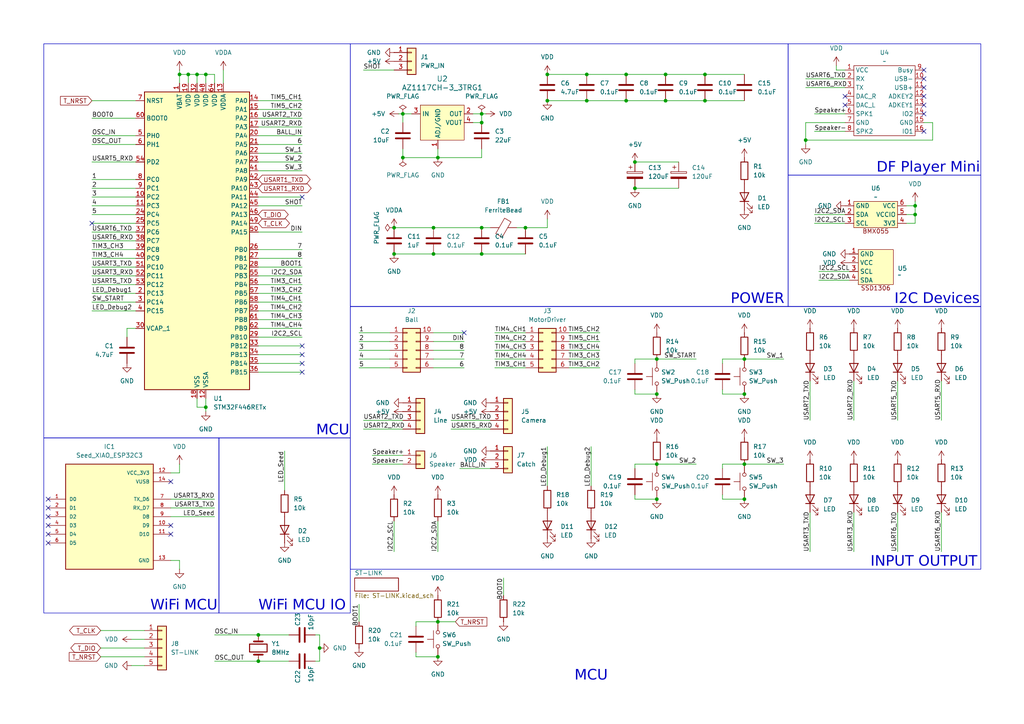
<source format=kicad_sch>
(kicad_sch (version 20231120) (generator "eeschema") (generator_version "8.0")
  (paper "A4")
  (title_block (title "MCU") (date "2024-07-09") (rev "1.0") (company "yukuyuku4123"))
  (junction (at 74.93 191.77))
  (junction (at 184.15 46.99))
  (junction (at 193.04 21.59))
  (junction (at 181.61 21.59))
  (junction (at 139.7 73.66))
  (junction (at 59.69 118.11))
  (junction (at 139.7 66.04))
  (junction (at 181.61 29.21))
  (junction (at 215.9 104.14))
  (junction (at 215.9 144.78))
  (junction (at 190.5 104.14))
  (junction (at 139.7 33.02))
  (junction (at 152.4 66.04))
  (junction (at 139.7 35.56))
  (junction (at 57.15 21.59))
  (junction (at 116.84 45.72))
  (junction (at 158.75 21.59))
  (junction (at 125.73 66.04))
  (junction (at 193.04 29.21))
  (junction (at 158.75 29.21))
  (junction (at 114.3 66.04))
  (junction (at 92.71 187.96))
  (junction (at 170.18 29.21))
  (junction (at 127 180.34))
  (junction (at 116.84 33.02))
  (junction (at 59.69 21.59))
  (junction (at 265.43 62.23))
  (junction (at 74.93 184.15))
  (junction (at 127 190.5))
  (junction (at 190.5 114.3))
  (junction (at 190.5 144.78))
  (junction (at 233.68 40.64))
  (junction (at 52.07 21.59))
  (junction (at 125.73 73.66))
  (junction (at 184.15 54.61))
  (junction (at 54.61 21.59))
  (junction (at 170.18 21.59))
  (junction (at 215.9 134.62))
  (junction (at 204.47 21.59))
  (junction (at 204.47 29.21))
  (junction (at 114.3 73.66))
  (junction (at 127 45.72))
  (junction (at 190.5 134.62))
  (junction (at 265.43 59.69))
  (junction (at 215.9 114.3))
  (no_connect (at 267.97 38.1))
  (no_connect (at 267.97 33.02))
  (no_connect (at 267.97 27.94))
  (no_connect (at 267.97 25.4))
  (no_connect (at 87.63 102.87))
  (no_connect (at 13.97 149.86))
  (no_connect (at 49.53 139.7))
  (no_connect (at 134.62 96.52))
  (no_connect (at 13.97 154.94))
  (no_connect (at 87.63 57.15))
  (no_connect (at 13.97 147.32))
  (no_connect (at 87.63 100.33))
  (no_connect (at 87.63 105.41))
  (no_connect (at 267.97 22.86))
  (no_connect (at 267.97 20.32))
  (no_connect (at 13.97 144.78))
  (no_connect (at 49.53 154.94))
  (no_connect (at 245.11 27.94))
  (no_connect (at 267.97 30.48))
  (no_connect (at 13.97 152.4))
  (no_connect (at 49.53 152.4))
  (no_connect (at 26.67 64.77))
  (no_connect (at 13.97 157.48))
  (no_connect (at 245.11 30.48))
  (no_connect (at 87.63 107.95))
  (wire (pts (xy 107.95 132.08) (xy 116.84 132.08)))
  (wire (pts (xy 158.75 140.97) (xy 158.75 129.54)))
  (wire (pts (xy 74.93 184.15) (xy 83.82 184.15)))
  (wire (pts (xy 273.05 160.02) (xy 273.05 148.59)))
  (wire (pts (xy 26.67 64.77) (xy 39.37 64.77)))
  (wire (pts (xy 52.07 20.32) (xy 52.07 21.59)))
  (wire (pts (xy 114.3 66.04) (xy 125.73 66.04)))
  (wire (pts (xy 57.15 21.59) (xy 57.15 24.13)))
  (wire (pts (xy 265.43 62.23) (xy 265.43 59.69)))
  (wire (pts (xy 26.67 54.61) (xy 39.37 54.61)))
  (wire (pts (xy 139.7 33.02) (xy 140.97 33.02)))
  (wire (pts (xy 215.9 104.14) (xy 227.33 104.14)))
  (wire (pts (xy 74.93 90.17) (xy 87.63 90.17)))
  (wire (pts (xy 125.73 101.6) (xy 134.62 101.6)))
  (wire (pts (xy 170.18 29.21) (xy 181.61 29.21)))
  (wire (pts (xy 59.69 21.59) (xy 57.15 21.59)))
  (wire (pts (xy 38.1 185.42) (xy 41.91 185.42)))
  (wire (pts (xy 146.05 167.64) (xy 146.05 172.72)))
  (wire (pts (xy 74.93 100.33) (xy 87.63 100.33)))
  (wire (pts (xy 184.15 134.62) (xy 190.5 134.62)))
  (wire (pts (xy 36.83 97.79) (xy 36.83 95.25)))
  (wire (pts (xy 236.22 64.77) (xy 245.11 64.77)))
  (wire (pts (xy 204.47 29.21) (xy 215.9 29.21)))
  (wire (pts (xy 74.93 34.29) (xy 87.63 34.29)))
  (wire (pts (xy 181.61 29.21) (xy 193.04 29.21)))
  (wire (pts (xy 165.1 106.68) (xy 173.99 106.68)))
  (wire (pts (xy 125.73 106.68) (xy 134.62 106.68)))
  (wire (pts (xy 74.93 102.87) (xy 87.63 102.87)))
  (wire (pts (xy 74.93 97.79) (xy 87.63 97.79)))
  (wire (pts (xy 158.75 63.5) (xy 158.75 66.04)))
  (wire (pts (xy 59.69 21.59) (xy 59.69 24.13)))
  (wire (pts (xy 26.67 52.07) (xy 39.37 52.07)))
  (wire (pts (xy 130.81 124.46) (xy 142.24 124.46)))
  (wire (pts (xy 137.16 35.56) (xy 139.7 35.56)))
  (wire (pts (xy 236.22 38.1) (xy 245.11 38.1)))
  (wire (pts (xy 114.3 160.02) (xy 114.3 151.13)))
  (wire (pts (xy 74.93 46.99) (xy 87.63 46.99)))
  (wire (pts (xy 125.73 104.14) (xy 134.62 104.14)))
  (wire (pts (xy 64.77 20.32) (xy 64.77 24.13)))
  (wire (pts (xy 74.93 85.09) (xy 87.63 85.09)))
  (wire (pts (xy 165.1 96.52) (xy 173.99 96.52)))
  (wire (pts (xy 74.93 191.77) (xy 83.82 191.77)))
  (wire (pts (xy 26.67 74.93) (xy 39.37 74.93)))
  (wire (pts (xy 114.3 73.66) (xy 125.73 73.66)))
  (wire (pts (xy 116.84 43.18) (xy 116.84 45.72)))
  (wire (pts (xy 265.43 58.42) (xy 265.43 59.69)))
  (wire (pts (xy 242.57 19.05) (xy 242.57 20.32)))
  (wire (pts (xy 29.21 182.88) (xy 41.91 182.88)))
  (wire (pts (xy 270.51 40.64) (xy 270.51 35.56)))
  (wire (pts (xy 74.93 95.25) (xy 87.63 95.25)))
  (wire (pts (xy 209.55 134.62) (xy 215.9 134.62)))
  (wire (pts (xy 26.67 39.37) (xy 39.37 39.37)))
  (wire (pts (xy 116.84 45.72) (xy 127 45.72)))
  (wire (pts (xy 247.65 121.92) (xy 247.65 110.49)))
  (wire (pts (xy 139.7 66.04) (xy 142.24 66.04)))
  (wire (pts (xy 26.67 57.15) (xy 39.37 57.15)))
  (wire (pts (xy 262.89 64.77) (xy 265.43 64.77)))
  (wire (pts (xy 54.61 21.59) (xy 52.07 21.59)))
  (wire (pts (xy 26.67 41.91) (xy 39.37 41.91)))
  (wire (pts (xy 273.05 121.92) (xy 273.05 110.49)))
  (wire (pts (xy 26.67 82.55) (xy 39.37 82.55)))
  (wire (pts (xy 29.21 190.5) (xy 41.91 190.5)))
  (wire (pts (xy 36.83 95.25) (xy 39.37 95.25)))
  (wire (pts (xy 143.51 106.68) (xy 152.4 106.68)))
  (wire (pts (xy 74.93 39.37) (xy 87.63 39.37)))
  (wire (pts (xy 184.15 114.3) (xy 190.5 114.3)))
  (wire (pts (xy 209.55 113.03) (xy 209.55 114.3)))
  (wire (pts (xy 26.67 85.09) (xy 39.37 85.09)))
  (wire (pts (xy 104.14 104.14) (xy 113.03 104.14)))
  (wire (pts (xy 165.1 101.6) (xy 173.99 101.6)))
  (wire (pts (xy 104.14 175.26) (xy 104.14 180.34)))
  (wire (pts (xy 139.7 43.18) (xy 139.7 45.72)))
  (wire (pts (xy 26.67 72.39) (xy 39.37 72.39)))
  (wire (pts (xy 242.57 20.32) (xy 245.11 20.32)))
  (wire (pts (xy 92.71 191.77) (xy 91.44 191.77)))
  (wire (pts (xy 74.93 74.93) (xy 87.63 74.93)))
  (wire (pts (xy 52.07 21.59) (xy 52.07 24.13)))
  (wire (pts (xy 104.14 99.06) (xy 113.03 99.06)))
  (wire (pts (xy 247.65 160.02) (xy 247.65 148.59)))
  (wire (pts (xy 26.67 80.01) (xy 39.37 80.01)))
  (wire (pts (xy 204.47 21.59) (xy 215.9 21.59)))
  (wire (pts (xy 262.89 62.23) (xy 265.43 62.23)))
  (wire (pts (xy 26.67 29.21) (xy 39.37 29.21)))
  (wire (pts (xy 209.55 105.41) (xy 209.55 104.14)))
  (wire (pts (xy 104.14 101.6) (xy 113.03 101.6)))
  (wire (pts (xy 26.67 34.29) (xy 39.37 34.29)))
  (wire (pts (xy 133.35 135.89) (xy 142.24 135.89)))
  (wire (pts (xy 74.93 57.15) (xy 87.63 57.15)))
  (wire (pts (xy 127 43.18) (xy 127 45.72)))
  (wire (pts (xy 233.68 40.64) (xy 270.51 40.64)))
  (wire (pts (xy 105.41 20.32) (xy 114.3 20.32)))
  (wire (pts (xy 74.93 80.01) (xy 87.63 80.01)))
  (wire (pts (xy 236.22 33.02) (xy 245.11 33.02)))
  (wire (pts (xy 245.11 35.56) (xy 233.68 35.56)))
  (wire (pts (xy 74.93 59.69) (xy 87.63 59.69)))
  (wire (pts (xy 57.15 115.57) (xy 57.15 118.11)))
  (wire (pts (xy 59.69 118.11) (xy 59.69 119.38)))
  (wire (pts (xy 49.53 147.32) (xy 62.23 147.32)))
  (wire (pts (xy 26.67 62.23) (xy 39.37 62.23)))
  (wire (pts (xy 237.49 81.28) (xy 246.38 81.28)))
  (wire (pts (xy 184.15 143.51) (xy 184.15 144.78)))
  (wire (pts (xy 143.51 99.06) (xy 152.4 99.06)))
  (wire (pts (xy 170.18 21.59) (xy 181.61 21.59)))
  (wire (pts (xy 26.67 59.69) (xy 39.37 59.69)))
  (wire (pts (xy 92.71 187.96) (xy 92.71 191.77)))
  (wire (pts (xy 104.14 96.52) (xy 113.03 96.52)))
  (wire (pts (xy 265.43 59.69) (xy 262.89 59.69)))
  (wire (pts (xy 158.75 29.21) (xy 170.18 29.21)))
  (wire (pts (xy 26.67 46.99) (xy 39.37 46.99)))
  (wire (pts (xy 184.15 54.61) (xy 196.85 54.61)))
  (wire (pts (xy 49.53 144.78) (xy 62.23 144.78)))
  (wire (pts (xy 62.23 21.59) (xy 59.69 21.59)))
  (wire (pts (xy 158.75 21.59) (xy 170.18 21.59)))
  (wire (pts (xy 125.73 66.04) (xy 139.7 66.04)))
  (wire (pts (xy 59.69 115.57) (xy 59.69 118.11)))
  (wire (pts (xy 137.16 33.02) (xy 139.7 33.02)))
  (wire (pts (xy 193.04 21.59) (xy 204.47 21.59)))
  (wire (pts (xy 57.15 118.11) (xy 59.69 118.11)))
  (wire (pts (xy 54.61 21.59) (xy 54.61 24.13)))
  (wire (pts (xy 233.68 40.64) (xy 233.68 41.91)))
  (wire (pts (xy 181.61 21.59) (xy 193.04 21.59)))
  (wire (pts (xy 62.23 191.77) (xy 74.93 191.77)))
  (wire (pts (xy 127 160.02) (xy 127 151.13)))
  (wire (pts (xy 237.49 78.74) (xy 246.38 78.74)))
  (wire (pts (xy 165.1 99.06) (xy 173.99 99.06)))
  (wire (pts (xy 57.15 21.59) (xy 54.61 21.59)))
  (wire (pts (xy 74.93 36.83) (xy 87.63 36.83)))
  (wire (pts (xy 184.15 113.03) (xy 184.15 114.3)))
  (wire (pts (xy 26.67 69.85) (xy 39.37 69.85)))
  (wire (pts (xy 127 180.34) (xy 132.08 180.34)))
  (wire (pts (xy 26.67 77.47) (xy 39.37 77.47)))
  (wire (pts (xy 152.4 66.04) (xy 158.75 66.04)))
  (wire (pts (xy 104.14 106.68) (xy 113.03 106.68)))
  (wire (pts (xy 270.51 35.56) (xy 267.97 35.56)))
  (wire (pts (xy 49.53 149.86) (xy 62.23 149.86)))
  (wire (pts (xy 209.55 144.78) (xy 215.9 144.78)))
  (wire (pts (xy 74.93 77.47) (xy 87.63 77.47)))
  (wire (pts (xy 52.07 137.16) (xy 52.07 134.62)))
  (wire (pts (xy 184.15 104.14) (xy 190.5 104.14)))
  (wire (pts (xy 125.73 73.66) (xy 139.7 73.66)))
  (wire (pts (xy 149.86 66.04) (xy 152.4 66.04)))
  (wire (pts (xy 120.65 180.34) (xy 127 180.34)))
  (wire (pts (xy 74.93 82.55) (xy 87.63 82.55)))
  (wire (pts (xy 193.04 29.21) (xy 204.47 29.21)))
  (wire (pts (xy 49.53 137.16) (xy 52.07 137.16)))
  (wire (pts (xy 125.73 99.06) (xy 134.62 99.06)))
  (wire (pts (xy 184.15 105.41) (xy 184.15 104.14)))
  (wire (pts (xy 215.9 134.62) (xy 227.33 134.62)))
  (wire (pts (xy 52.07 162.56) (xy 52.07 165.1)))
  (wire (pts (xy 184.15 144.78) (xy 190.5 144.78)))
  (wire (pts (xy 74.93 31.75) (xy 87.63 31.75)))
  (wire (pts (xy 26.67 67.31) (xy 39.37 67.31)))
  (wire (pts (xy 105.41 121.92) (xy 116.84 121.92)))
  (wire (pts (xy 92.71 184.15) (xy 92.71 187.96)))
  (wire (pts (xy 29.21 187.96) (xy 41.91 187.96)))
  (wire (pts (xy 125.73 96.52) (xy 134.62 96.52)))
  (wire (pts (xy 120.65 189.23) (xy 120.65 190.5)))
  (wire (pts (xy 26.67 87.63) (xy 39.37 87.63)))
  (wire (pts (xy 233.68 22.86) (xy 245.11 22.86)))
  (wire (pts (xy 116.84 33.02) (xy 119.38 33.02)))
  (wire (pts (xy 120.65 190.5) (xy 127 190.5)))
  (wire (pts (xy 143.51 96.52) (xy 152.4 96.52)))
  (wire (pts (xy 209.55 143.51) (xy 209.55 144.78)))
  (wire (pts (xy 120.65 181.61) (xy 120.65 180.34)))
  (wire (pts (xy 74.93 92.71) (xy 87.63 92.71)))
  (wire (pts (xy 74.93 72.39) (xy 87.63 72.39)))
  (wire (pts (xy 184.15 135.89) (xy 184.15 134.62)))
  (wire (pts (xy 236.22 62.23) (xy 245.11 62.23)))
  (wire (pts (xy 209.55 135.89) (xy 209.55 134.62)))
  (wire (pts (xy 190.5 134.62) (xy 201.93 134.62)))
  (wire (pts (xy 116.84 33.02) (xy 116.84 35.56)))
  (wire (pts (xy 38.1 193.04) (xy 41.91 193.04)))
  (wire (pts (xy 62.23 24.13) (xy 62.23 21.59)))
  (wire (pts (xy 233.68 25.4) (xy 245.11 25.4)))
  (wire (pts (xy 74.93 105.41) (xy 87.63 105.41)))
  (wire (pts (xy 143.51 101.6) (xy 152.4 101.6)))
  (wire (pts (xy 49.53 162.56) (xy 52.07 162.56)))
  (wire (pts (xy 91.44 184.15) (xy 92.71 184.15)))
  (wire (pts (xy 233.68 35.56) (xy 233.68 40.64)))
  (wire (pts (xy 209.55 114.3) (xy 215.9 114.3)))
  (wire (pts (xy 190.5 104.14) (xy 201.93 104.14)))
  (wire (pts (xy 74.93 87.63) (xy 87.63 87.63)))
  (wire (pts (xy 74.93 29.21) (xy 87.63 29.21)))
  (wire (pts (xy 143.51 104.14) (xy 152.4 104.14)))
  (wire (pts (xy 130.81 121.92) (xy 142.24 121.92)))
  (wire (pts (xy 139.7 35.56) (xy 139.7 33.02)))
  (wire (pts (xy 62.23 184.15) (xy 74.93 184.15)))
  (wire (pts (xy 74.93 107.95) (xy 87.63 107.95)))
  (wire (pts (xy 74.93 49.53) (xy 87.63 49.53)))
  (wire (pts (xy 209.55 104.14) (xy 215.9 104.14)))
  (wire (pts (xy 165.1 104.14) (xy 173.99 104.14)))
  (wire (pts (xy 74.93 41.91) (xy 87.63 41.91)))
  (wire (pts (xy 260.35 121.92) (xy 260.35 110.49)))
  (wire (pts (xy 184.15 46.99) (xy 196.85 46.99)))
  (wire (pts (xy 139.7 45.72) (xy 127 45.72)))
  (wire (pts (xy 82.55 142.24) (xy 82.55 130.81)))
  (wire (pts (xy 107.95 134.62) (xy 116.84 134.62)))
  (wire (pts (xy 74.93 67.31) (xy 87.63 67.31)))
  (wire (pts (xy 234.95 160.02) (xy 234.95 148.59)))
  (wire (pts (xy 260.35 160.02) (xy 260.35 148.59)))
  (wire (pts (xy 105.41 124.46) (xy 116.84 124.46)))
  (wire (pts (xy 171.45 140.97) (xy 171.45 129.54)))
  (wire (pts (xy 74.93 44.45) (xy 87.63 44.45)))
  (wire (pts (xy 234.95 121.92) (xy 234.95 110.49)))
  (wire (pts (xy 26.67 90.17) (xy 39.37 90.17)))
  (wire (pts (xy 265.43 64.77) (xy 265.43 62.23)))
  (wire (pts (xy 139.7 73.66) (xy 152.4 73.66)))
  (wire (pts (xy 115.57 33.02) (xy 116.84 33.02)))
  (rectangle (start 63.5 127) (end 101.6 177.8))
  (rectangle (start 228.6 50.8) (end 284.48 88.9))
  (rectangle (start 12.7 12.7) (end 101.6 127))
  (rectangle (start 228.6 12.7) (end 284.48 50.8))
  (rectangle (start 101.6 12.7) (end 228.6 88.9))
  (rectangle (start 101.6 88.9) (end 284.48 165.1))
  (rectangle (start 12.7 127) (end 63.5 177.8))
  (text "WiFi MCU IO" (at 87.63 176.53 0) (effects (font (size 3 3))))
  (text "MCU" (at 96.52 125.73 0) (effects (font (size 3 3))))
  (text "POWER" (at 219.71 87.63 0) (effects (font (size 3 3))))
  (text "MCU" (at 171.45 196.85 0) (effects (font (size 3 3))))
  (text "INPUT OUTPUT" (at 267.97 163.83 0) (effects (font (size 3 3))))
  (text "DF Player Mini" (at 269.24 49.53 0) (effects (font (size 3 3))))
  (text "WiFi MCU" (at 53.34 176.53 0) (effects (font (size 3 3))))
  (text "I2C Devices" (at 271.78 87.63 0) (effects (font (size 3 3))))
  (label "Speaker-" (at 236.22 38.1 0))
  (label "4" (at 26.67 59.69 0))
  (label "4" (at 104.14 104.14 0))
  (label "TIM5_CH2" (at 173.99 96.52 180))
  (label "BOOT0" (at 26.67 34.29 0))
  (label "USART3_TXD" (at 234.95 160.02 90))
  (label "USART3_RXD" (at 62.23 144.78 180))
  (label "TIM4_CH4" (at 87.63 95.25 180))
  (label "SW_START" (at 26.67 87.63 0))
  (label "SW_1" (at 87.63 44.45 180))
  (label "LED_Debug1" (at 26.67 85.09 0))
  (label "1" (at 26.67 52.07 0))
  (label "SW_3" (at 87.63 49.53 180))
  (label "SW_START" (at 201.93 104.14 180))
  (label "LED_Seed" (at 62.23 149.86 180))
  (label "SW_2" (at 201.93 134.62 180))
  (label "I2C2_SDA" (at 237.49 81.28 0))
  (label "SW_3" (at 227.33 134.62 180))
  (label "TIM4_CH2" (at 87.63 90.17 180))
  (label "1" (at 104.14 96.52 0))
  (label "BOOT0" (at 146.05 167.64 270))
  (label "Speaker-" (at 107.95 134.62 0))
  (label "OSC_OUT" (at 62.23 191.77 0))
  (label "BOOT1" (at 104.14 175.26 270))
  (label "TIM3_CH3" (at 173.99 104.14 180))
  (label "DIN" (at 134.62 99.06 180))
  (label "TIM3_CH4" (at 173.99 101.6 180))
  (label "USART6_RXD" (at 273.05 160.02 90))
  (label "DIN" (at 87.63 67.31 180))
  (label "USART2_RXD" (at 87.63 36.83 180))
  (label "I2C2_SCL" (at 87.63 97.79 180))
  (label "Speaker+" (at 107.95 132.08 0))
  (label "BOOT1" (at 87.63 77.47 180))
  (label "I2C2_SCL" (at 114.3 160.02 90))
  (label "USART3_TXD" (at 26.67 77.47 0))
  (label "USART5_RXD" (at 26.67 46.99 0))
  (label "TIM4_CH3" (at 87.63 92.71 180))
  (label "TIM3_CH2" (at 87.63 85.09 180))
  (label "7" (at 87.63 72.39 180))
  (label "LED_Debug2" (at 26.67 90.17 0))
  (label "TIM4_CH3" (at 143.51 101.6 0))
  (label "5" (at 104.14 106.68 0))
  (label "USART2_RXD" (at 247.65 121.92 90))
  (label "TIM3_CH3" (at 26.67 72.39 0))
  (label "USART3_TXD" (at 62.23 147.32 180))
  (label "2" (at 104.14 99.06 0))
  (label "USART6_TXD" (at 260.35 160.02 90))
  (label "5" (at 26.67 62.23 0))
  (label "I2C2_SCL" (at 237.49 78.74 0))
  (label "TIM3_CH4" (at 26.67 74.93 0))
  (label "SW_2" (at 87.63 46.99 180))
  (label "TIM3_CH1" (at 143.51 106.68 0))
  (label "6" (at 87.63 41.91 180))
  (label "I2C2_SDA" (at 236.22 62.23 0))
  (label "6" (at 134.62 106.68 180))
  (label "USART6_RXD" (at 26.67 69.85 0))
  (label "USART5_RXD" (at 130.81 124.46 0))
  (label "TIM5_CH1" (at 87.63 29.21 180))
  (label "8" (at 134.62 101.6 180))
  (label "8" (at 87.63 74.93 180))
  (label "OSC_OUT" (at 26.67 41.91 0))
  (label "I2C2_SDA" (at 127 160.02 90))
  (label "3" (at 26.67 57.15 0))
  (label "BALL_IN" (at 87.63 39.37 180))
  (label "TIM3_CH2" (at 173.99 106.68 180))
  (label "USART5_TXD" (at 260.35 121.92 90))
  (label "USART2_TXD" (at 105.41 121.92 0))
  (label "SHOT" (at 105.41 20.32 0))
  (label "LED_Debug2" (at 171.45 129.54 270))
  (label "USART2_TXD" (at 234.95 121.92 90))
  (label "USART6_TXD" (at 233.68 22.86 0))
  (label "USART5_TXD" (at 130.81 121.92 0))
  (label "LED_Seed" (at 82.55 130.81 270))
  (label "TIM4_CH4" (at 143.51 104.14 0))
  (label "USART2_RXD" (at 105.41 124.46 0))
  (label "TIM4_CH2" (at 143.51 99.06 0))
  (label "Speaker+" (at 236.22 33.02 0))
  (label "USART2_TXD" (at 87.63 34.29 180))
  (label "LED_Debug1" (at 158.75 129.54 270))
  (label "TIM3_CH1" (at 87.63 82.55 180))
  (label "I2C2_SCL" (at 236.22 64.77 0))
  (label "USART6_RXD" (at 233.68 25.4 0))
  (label "BALL_IN" (at 133.35 135.89 0))
  (label "3" (at 104.14 101.6 0))
  (label "OSC_IN" (at 26.67 39.37 0))
  (label "USART6_TXD" (at 26.67 67.31 0))
  (label "I2C2_SDA" (at 87.63 80.01 180))
  (label "USART5_RXD" (at 273.05 121.92 90))
  (label "USART5_TXD" (at 26.67 82.55 0))
  (label "TIM5_CH1" (at 173.99 99.06 180))
  (label "2" (at 26.67 54.61 0))
  (label "TIM4_CH1" (at 87.63 87.63 180))
  (label "USART3_RXD" (at 247.65 160.02 90))
  (label "TIM5_CH2" (at 87.63 31.75 180))
  (label "SW_1" (at 227.33 104.14 180))
  (label "OSC_IN" (at 62.23 184.15 0))
  (label "SHOT" (at 87.63 59.69 180))
  (label "TIM4_CH1" (at 143.51 96.52 0))
  (label "USART3_RXD" (at 26.67 80.01 0))
  (label "7" (at 134.62 104.14 180))
  (global_label "T_DIO" (shape bidirectional) (at 74.93 62.23 0) (property "Intersheetrefs" "${INTERSHEET_REFS}" (effects (hide yes))))
  (global_label "T_NRST" (shape input) (at 132.08 180.34 0) (property "Intersheetrefs" "${INTERSHEET_REFS}" (effects (hide yes))))
  (global_label "T_NRST" (shape input) (at 26.67 29.21 180) (property "Intersheetrefs" "${INTERSHEET_REFS}" (effects (hide yes))))
  (global_label "USART1_RXD" (shape bidirectional) (at 74.93 54.61 0) (property "Intersheetrefs" "${INTERSHEET_REFS}" (effects (hide yes))))
  (global_label "T_CLK" (shape bidirectional) (at 29.21 182.88 180) (property "Intersheetrefs" "${INTERSHEET_REFS}" (effects (hide yes))))
  (global_label "T_CLK" (shape bidirectional) (at 74.93 64.77 0) (property "Intersheetrefs" "${INTERSHEET_REFS}" (effects (hide yes))))
  (global_label "T_DIO" (shape bidirectional) (at 29.21 187.96 180) (property "Intersheetrefs" "${INTERSHEET_REFS}" (effects (hide yes))))
  (global_label "T_NRST" (shape input) (at 29.21 190.5 180) (property "Intersheetrefs" "${INTERSHEET_REFS}" (effects (hide yes))))
  (global_label "USART1_TXD" (shape bidirectional) (at 74.93 52.07 0) (property "Intersheetrefs" "${INTERSHEET_REFS}" (effects (hide yes))))
  (symbol (lib_id "Device:FerriteBead") (at 146.05 66.04 90) (unit 1)
    (property "Reference" "FB1" (at 145.9992 58.42 90))
    (property "Value" "FerriteBead" (at 145.9992 60.96 90))
    (property "Footprint" "Inductor_SMD:L_0603_1608Metric" (effects (hide yes)))
    (property "Description" "Ferrite bead" (effects (hide yes)))
  )
  (symbol (lib_name "GND_1") (lib_id "power:GND") (at 104.14 187.96 0) (unit 1)
    (property "Reference" "#PWR056" (effects (hide yes)))
    (property "Value" "GND" (at 104.14 193.04 0))
    (property "Description" "Power symbol creates a global label with name \"GND\" , ground" (effects (hide yes)))
  )
  (symbol (lib_id "power:VDD") (at 38.1 185.42 90) (unit 1)
    (property "Reference" "#PWR062" (effects (hide yes)))
    (property "Value" "VDD" (at 34.29 185.4199 90) (effects (justify left)))
    (property "Description" "Power symbol creates a global label with name \"VDD\"" (effects (hide yes)))
  )
  (symbol (lib_id "power:+5V") (at 116.84 119.38 90) (unit 1)
    (property "Reference" "#PWR030" (effects (hide yes)))
    (property "Value" "+5V" (at 113.03 119.38 90) (effects (justify left)))
  )
  (symbol (lib_id "Device:R") (at 104.14 184.15 180) (unit 1)
    (property "Reference" "R20" (at 106.68 182.8799 0) (effects (justify right)))
    (property "Value" "10k" (at 106.68 185.4199 0) (effects (justify right)))
    (property "Footprint" "Resistor_SMD:R_0603_1608Metric" (effects (hide yes)))
    (property "Description" "Resistor" (effects (hide yes)))
  )
  (symbol (lib_id "power:+5V") (at 114.3 17.78 90) (unit 1)
    (property "Reference" "#PWR07" (effects (hide yes)))
    (property "Value" "+5V" (at 110.49 17.7799 90) (effects (justify left)))
    (property "Description" "Power symbol creates a global label with name \"+5V\"" (effects (hide yes)))
  )
  (symbol (lib_id "power:GND") (at 36.83 105.41 0) (unit 1)
    (property "Reference" "#PWR04" (effects (hide yes)))
    (property "Value" "GND" (at 36.83 110.49 0))
  )
  (symbol (lib_id "Device:C") (at 209.55 139.7 0) (mirror y) (unit 1)
    (property "Reference" "C20" (at 205.74 138.4299 0) (effects (justify left)))
    (property "Value" "0.1uF" (at 205.74 140.9699 0) (effects (justify left)))
    (property "Footprint" "Capacitor_SMD:C_0402_1005Metric" (effects (hide yes)))
    (property "Description" "Unpolarized capacitor" (effects (hide yes)))
  )
  (symbol (lib_id "power:VDD") (at 215.9 127 0) (unit 1)
    (property "Reference" "#PWR052" (effects (hide yes)))
    (property "Value" "VDD" (at 215.9 121.92 0))
    (property "Description" "Power symbol creates a global label with name \"VDD\"" (effects (hide yes)))
  )
  (symbol (lib_id "Device:R") (at 234.95 99.06 0) (unit 1)
    (property "Reference" "R6" (at 237.49 97.7899 0) (effects (justify left)))
    (property "Value" "10k" (at 237.49 100.3299 0) (effects (justify left)))
    (property "Footprint" "Resistor_SMD:R_0603_1608Metric" (effects (hide yes)))
    (property "Description" "Resistor" (effects (hide yes)))
  )
  (symbol (lib_name "GND_1") (lib_id "power:GND") (at 233.68 41.91 0) (unit 1)
    (property "Reference" "#PWR028" (effects (hide yes)))
    (property "Value" "GND" (at 233.68 46.99 0))
    (property "Description" "Power symbol creates a global label with name \"GND\" , ground" (effects (hide yes)))
  )
  (symbol (lib_id "Device:R") (at 190.5 100.33 0) (unit 1)
    (property "Reference" "R14" (at 193.04 99.0599 0) (effects (justify left)))
    (property "Value" "10k" (at 193.04 101.5999 0) (effects (justify left)))
    (property "Footprint" "Resistor_SMD:R_0603_1608Metric" (effects (hide yes)))
    (property "Description" "Resistor" (effects (hide yes)))
  )
  (symbol (lib_id "Device:R") (at 114.3 147.32 0) (unit 1)
    (property "Reference" "R2" (at 116.84 146.0499 0) (effects (justify left)))
    (property "Value" "10k" (at 116.84 148.5899 0) (effects (justify left)))
    (property "Footprint" "Resistor_SMD:R_0603_1608Metric" (effects (hide yes)))
    (property "Description" "Resistor" (effects (hide yes)))
  )
  (symbol (lib_id "power:VDD") (at 140.97 33.02 270) (unit 1)
    (property "Reference" "#PWR011" (effects (hide yes)))
    (property "Value" "VDD" (at 144.78 33.0199 90) (effects (justify left)))
    (property "Description" "Power symbol creates a global label with name \"VDD\"" (effects (hide yes)))
  )
  (symbol (lib_id "Switch:SW_Push") (at 127 185.42 90) (unit 1)
    (property "Reference" "SW6" (at 128.27 184.1499 90) (effects (justify right)))
    (property "Value" "SW_Push" (at 128.27 186.6899 90) (effects (justify right)))
    (property "Footprint" "Button_Switch_THT:SW_PUSH_6mm" (effects (hide yes)))
    (property "Description" "Push button switch, generic, two pins" (effects (hide yes)))
  )
  (symbol (lib_id "Device:C") (at 184.15 109.22 0) (mirror y) (unit 1)
    (property "Reference" "C17" (at 180.34 107.9499 0) (effects (justify left)))
    (property "Value" "0.1uF" (at 180.34 110.4899 0) (effects (justify left)))
    (property "Footprint" "Capacitor_SMD:C_0402_1005Metric" (effects (hide yes)))
    (property "Description" "Unpolarized capacitor" (effects (hide yes)))
  )
  (symbol (lib_id "power:VDD") (at 52.07 134.62 0) (unit 1)
    (property "Reference" "#PWR06" (effects (hide yes)))
    (property "Value" "VDD" (at 52.07 129.54 0))
    (property "Description" "Power symbol creates a global label with name \"VDD\"" (effects (hide yes)))
  )
  (symbol (lib_id "Connector_Generic:Conn_01x05") (at 46.99 187.96 0) (unit 1)
    (property "Reference" "J8" (at 49.53 186.6899 0) (effects (justify left)))
    (property "Value" "ST-LINK" (at 49.53 189.2299 0) (effects (justify left)))
    (property "Footprint" "Connector_PinHeader_2.54mm:PinHeader_1x05_P2.54mm_Horizontal" (effects (hide yes)))
  )
  (symbol (lib_name "GND_1") (lib_id "power:GND") (at 59.69 119.38 0) (unit 1)
    (property "Reference" "#PWR03" (effects (hide yes)))
    (property "Value" "GND" (at 59.69 124.46 0))
    (property "Description" "Power symbol creates a global label with name \"GND\" , ground" (effects (hide yes)))
  )
  (symbol (lib_id "power:VDD") (at 265.43 58.42 0) (unit 1)
    (property "Reference" "#PWR023" (effects (hide yes)))
    (property "Value" "VDD" (at 265.43 53.34 0))
    (property "Description" "Power symbol creates a global label with name \"VDD\"" (effects (hide yes)))
  )
  (symbol (lib_id "Device:LED") (at 260.35 144.78 90) (unit 1)
    (property "Reference" "D9" (at 264.16 145.0974 90) (effects (justify right)))
    (property "Value" "LED" (at 264.16 147.6374 90) (effects (justify right)))
    (property "Footprint" "LED_SMD:LED_0603_1608Metric" (effects (hide yes)))
    (property "Description" "Light emitting diode" (effects (hide yes)))
  )
  (symbol (lib_id "power:VDD") (at 190.5 96.52 0) (unit 1)
    (property "Reference" "#PWR046" (effects (hide yes)))
    (property "Value" "VDD" (at 190.5 91.44 0))
    (property "Description" "Power symbol creates a global label with name \"VDD\"" (effects (hide yes)))
  )
  (symbol (lib_id "power:VDD") (at 242.57 19.05 0) (unit 1)
    (property "Reference" "#PWR027" (effects (hide yes)))
    (property "Value" "VDD" (at 242.57 13.97 0))
    (property "Description" "Power symbol creates a global label with name \"VDD\"" (effects (hide yes)))
  )
  (symbol (lib_id "Device:LED") (at 215.9 57.15 90) (unit 1)
    (property "Reference" "D1" (at 219.71 57.4674 90) (effects (justify right)))
    (property "Value" "LED" (at 219.71 60.0074 90) (effects (justify right)))
    (property "Footprint" "LED_SMD:LED_0603_1608Metric" (effects (hide yes)))
    (property "Description" "Light emitting diode" (effects (hide yes)))
  )
  (symbol (lib_id "power:VDD") (at 158.75 21.59 0) (unit 1)
    (property "Reference" "#PWR017" (effects (hide yes)))
    (property "Value" "VDD" (at 158.75 16.51 0))
    (property "Description" "Power symbol creates a global label with name \"VDD\"" (effects (hide yes)))
  )
  (symbol (lib_id "Device:C") (at 184.15 139.7 0) (mirror y) (unit 1)
    (property "Reference" "C19" (at 180.34 138.4299 0) (effects (justify left)))
    (property "Value" "0.1uF" (at 180.34 140.9699 0) (effects (justify left)))
    (property "Footprint" "Capacitor_SMD:C_0402_1005Metric" (effects (hide yes)))
    (property "Description" "Unpolarized capacitor" (effects (hide yes)))
  )
  (symbol (lib_id "Device:R") (at 190.5 130.81 0) (unit 1)
    (property "Reference" "R16" (at 193.04 129.5399 0) (effects (justify left)))
    (property "Value" "10k" (at 193.04 132.0799 0) (effects (justify left)))
    (property "Footprint" "Resistor_SMD:R_0603_1608Metric" (effects (hide yes)))
    (property "Description" "Resistor" (effects (hide yes)))
  )
  (symbol (lib_id "Connector_Generic:Conn_02x05_Counter_Clockwise") (at 118.11 101.6 0) (unit 1)
    (property "Reference" "J2" (at 119.38 90.17 0))
    (property "Value" "Ball" (at 119.38 92.71 0))
    (property "Footprint" "Connector_IDC:IDC-Header_2x05_P2.54mm_Vertical" (effects (hide yes)))
  )
  (symbol (lib_id "Device:R") (at 273.05 137.16 0) (unit 1)
    (property "Reference" "R13" (at 275.59 135.8899 0) (effects (justify left)))
    (property "Value" "10k" (at 275.59 138.4299 0) (effects (justify left)))
    (property "Footprint" "Resistor_SMD:R_0603_1608Metric" (effects (hide yes)))
    (property "Description" "Resistor" (effects (hide yes)))
  )
  (symbol (lib_id "Connector_Generic:Conn_02x05_Counter_Clockwise") (at 157.48 101.6 0) (unit 1)
    (property "Reference" "J3" (at 158.75 90.17 0))
    (property "Value" "MotorDriver" (at 158.75 92.71 0))
    (property "Footprint" "Connector_IDC:IDC-Header_2x05_P2.54mm_Vertical" (effects (hide yes)))
  )
  (symbol (lib_id "Device:C") (at 139.7 69.85 0) (unit 1)
    (property "Reference" "C4" (at 143.51 68.5799 0) (effects (justify left)))
    (property "Value" "0.1uF" (at 143.51 71.1199 0) (effects (justify left)))
    (property "Footprint" "Capacitor_SMD:C_0402_1005Metric" (effects (hide yes)))
    (property "Description" "Unpolarized capacitor" (effects (hide yes)))
  )
  (symbol (lib_id "Device:C") (at 120.65 185.42 0) (mirror y) (unit 1)
    (property "Reference" "C21" (at 116.84 184.1499 0) (effects (justify left)))
    (property "Value" "0.1uF" (at 116.84 186.6899 0) (effects (justify left)))
    (property "Footprint" "Capacitor_SMD:C_0402_1005Metric" (effects (hide yes)))
    (property "Description" "Unpolarized capacitor" (effects (hide yes)))
  )
  (symbol (lib_id "power:VDD") (at 127 143.51 0) (unit 1)
    (property "Reference" "#PWR036" (effects (hide yes)))
    (property "Value" "VDD" (at 127 138.43 0))
    (property "Description" "Power symbol creates a global label with name \"VDD\"" (effects (hide yes)))
  )
  (symbol (lib_id "power:VDD") (at 190.5 127 0) (unit 1)
    (property "Reference" "#PWR050" (effects (hide yes)))
    (property "Value" "VDD" (at 190.5 121.92 0))
    (property "Description" "Power symbol creates a global label with name \"VDD\"" (effects (hide yes)))
  )
  (symbol (lib_id "power:VDD") (at 260.35 95.25 0) (unit 1)
    (property "Reference" "#PWR040" (effects (hide yes)))
    (property "Value" "VDD" (at 260.35 90.17 0))
    (property "Description" "Power symbol creates a global label with name \"VDD\"" (effects (hide yes)))
  )
  (symbol (lib_id "power:+5V") (at 215.9 45.72 0) (unit 1)
    (property "Reference" "#PWR015" (effects (hide yes)))
    (property "Value" "+5V" (at 215.9 40.64 0))
    (property "Description" "Power symbol creates a global label with name \"+5V\"" (effects (hide yes)))
  )
  (symbol (lib_id "Device:C") (at 181.61 25.4 0) (unit 1)
    (property "Reference" "C8" (at 185.42 24.1299 0) (effects (justify left)))
    (property "Value" "0.1uF" (at 185.42 26.6699 0) (effects (justify left)))
    (property "Footprint" "Capacitor_SMD:C_0402_1005Metric" (effects (hide yes)))
    (property "Description" "Unpolarized capacitor" (effects (hide yes)))
  )
  (symbol (lib_id "Device:C") (at 87.63 184.15 90) (unit 1)
    (property "Reference" "C23" (at 86.36 181.61 0) (effects (justify left)))
    (property "Value" "10pF" (at 90.17 182.88 0) (effects (justify left)))
    (property "Footprint" "Capacitor_SMD:C_0402_1005Metric" (effects (hide yes)))
    (property "Description" "Unpolarized capacitor" (effects (hide yes)))
  )
  (symbol (lib_id "power:VDD") (at 273.05 133.35 0) (unit 1)
    (property "Reference" "#PWR045" (effects (hide yes)))
    (property "Value" "VDD" (at 273.05 128.27 0))
    (property "Description" "Power symbol creates a global label with name \"VDD\"" (effects (hide yes)))
  )
  (symbol (lib_id "Switch:SW_Push") (at 215.9 139.7 90) (unit 1)
    (property "Reference" "SW5" (at 217.17 138.4299 90) (effects (justify right)))
    (property "Value" "SW_Push" (at 217.17 140.9699 90) (effects (justify right)))
    (property "Footprint" "Button_Switch_THT:SW_PUSH_6mm" (effects (hide yes)))
    (property "Description" "Push button switch, generic, two pins" (effects (hide yes)))
  )
  (symbol (lib_id "Device:R") (at 171.45 144.78 0) (unit 1)
    (property "Reference" "R19" (at 173.99 143.5099 0) (effects (justify left)))
    (property "Value" "10k" (at 173.99 146.0499 0) (effects (justify left)))
    (property "Footprint" "Resistor_SMD:R_0603_1608Metric" (effects (hide yes)))
    (property "Description" "Resistor" (effects (hide yes)))
  )
  (symbol (lib_name "GND_1") (lib_id "power:GND") (at 190.5 144.78 0) (unit 1)
    (property "Reference" "#PWR051" (effects (hide yes)))
    (property "Value" "GND" (at 190.5 149.86 0))
    (property "Description" "Power symbol creates a global label with name \"GND\" , ground" (effects (hide yes)))
  )
  (symbol (lib_id "Device:C") (at 114.3 69.85 0) (unit 1)
    (property "Reference" "C11" (at 118.11 68.5799 0) (effects (justify left)))
    (property "Value" "1uF" (at 118.11 71.1199 0) (effects (justify left)))
    (property "Footprint" "Capacitor_SMD:C_0603_1608Metric" (effects (hide yes)))
    (property "Description" "Unpolarized capacitor" (effects (hide yes)))
  )
  (symbol (lib_name "GND_1") (lib_id "power:GND") (at 92.71 187.96 90) (unit 1)
    (property "Reference" "#PWR061" (effects (hide yes)))
    (property "Value" "GND" (at 96.52 187.9599 90) (effects (justify right)))
    (property "Description" "Power symbol creates a global label with name \"GND\" , ground" (effects (hide yes)))
  )
  (symbol (lib_id "Device:C") (at 36.83 101.6 0) (mirror y) (unit 1)
    (property "Reference" "C1" (at 33.02 100.3299 0) (effects (justify left)))
    (property "Value" "4.7uF" (at 33.02 102.8699 0) (effects (justify left)))
    (property "Footprint" "Capacitor_SMD:C_0603_1608Metric" (effects (hide yes)))
    (property "Description" "Unpolarized capacitor" (effects (hide yes)))
  )
  (symbol (lib_id "Device:R") (at 260.35 137.16 0) (unit 1)
    (property "Reference" "R12" (at 262.89 135.8899 0) (effects (justify left)))
    (property "Value" "10k" (at 262.89 138.4299 0) (effects (justify left)))
    (property "Footprint" "Resistor_SMD:R_0603_1608Metric" (effects (hide yes)))
    (property "Description" "Resistor" (effects (hide yes)))
  )
  (symbol (lib_id "Device:LED") (at 158.75 152.4 90) (unit 1)
    (property "Reference" "D11" (at 162.56 152.7174 90) (effects (justify right)))
    (property "Value" "LED" (at 162.56 155.2574 90) (effects (justify right)))
    (property "Footprint" "LED_SMD:LED_0603_1608Metric" (effects (hide yes)))
    (property "Description" "Light emitting diode" (effects (hide yes)))
  )
  (symbol (lib_id "Device:C") (at 215.9 25.4 0) (unit 1)
    (property "Reference" "C15" (at 219.71 24.1299 0) (effects (justify left)))
    (property "Value" "0.1uF" (at 219.71 26.6699 0) (effects (justify left)))
    (property "Footprint" "Capacitor_SMD:C_0402_1005Metric" (effects (hide yes)))
    (property "Description" "Unpolarized capacitor" (effects (hide yes)))
  )
  (symbol (lib_id "Device:LED") (at 247.65 144.78 90) (unit 1)
    (property "Reference" "D8" (at 251.46 145.0974 90) (effects (justify right)))
    (property "Value" "LED" (at 251.46 147.6374 90) (effects (justify right)))
    (property "Footprint" "LED_SMD:LED_0603_1608Metric" (effects (hide yes)))
    (property "Description" "Light emitting diode" (effects (hide yes)))
  )
  (symbol (lib_name "GND_1") (lib_id "power:GND") (at 114.3 15.24 270) (unit 1)
    (property "Reference" "#PWR08" (effects (hide yes)))
    (property "Value" "GND" (at 110.49 15.2399 90) (effects (justify right)))
    (property "Description" "Power symbol creates a global label with name \"GND\" , ground" (effects (hide yes)))
  )
  (symbol (lib_id "Device:C") (at 87.63 191.77 90) (mirror x) (unit 1)
    (property "Reference" "C22" (at 86.36 194.31 0) (effects (justify left)))
    (property "Value" "10pF" (at 90.17 193.04 0) (effects (justify left)))
    (property "Footprint" "Capacitor_SMD:C_0402_1005Metric" (effects (hide yes)))
    (property "Description" "Unpolarized capacitor" (effects (hide yes)))
  )
  (symbol (lib_name "GND_1") (lib_id "power:GND") (at 158.75 156.21 0) (unit 1)
    (property "Reference" "#PWR054" (effects (hide yes)))
    (property "Value" "GND" (at 158.75 161.29 0))
    (property "Description" "Power symbol creates a global label with name \"GND\" , ground" (effects (hide yes)))
  )
  (symbol (lib_name "GND_1") (lib_id "power:GND") (at 184.15 54.61 0) (unit 1)
    (property "Reference" "#PWR022" (effects (hide yes)))
    (property "Value" "GND" (at 184.15 59.69 0))
    (property "Description" "Power symbol creates a global label with name \"GND\" , ground" (effects (hide yes)))
  )
  (symbol (lib_name "GND_1") (lib_id "power:GND") (at 127 190.5 0) (unit 1)
    (property "Reference" "#PWR058" (effects (hide yes)))
    (property "Value" "GND" (at 127 195.58 0))
    (property "Description" "Power symbol creates a global label with name \"GND\" , ground" (effects (hide yes)))
  )
  (symbol (lib_id "Connector_Generic:Conn_01x04") (at 121.92 119.38 0) (unit 1)
    (property "Reference" "J4" (at 125.73 119.38 0) (effects (justify left)))
    (property "Value" "Line" (at 125.73 121.92 0) (effects (justify left)))
    (property "Footprint" "Connector_JST:JST_XH_S4B-XH-A_1x04_P2.50mm_Horizontal" (effects (hide yes)))
  )
  (symbol (lib_id "power:+5V") (at 142.24 119.38 90) (unit 1)
    (property "Reference" "#PWR031" (effects (hide yes)))
    (property "Value" "+5V" (at 138.43 119.38 90) (effects (justify left)))
  )
  (symbol (lib_id "power:VDD") (at 273.05 95.25 0) (unit 1)
    (property "Reference" "#PWR041" (effects (hide yes)))
    (property "Value" "VDD" (at 273.05 90.17 0))
    (property "Description" "Power symbol creates a global label with name \"VDD\"" (effects (hide yes)))
  )
  (symbol (lib_id "power:+5V") (at 184.15 46.99 0) (unit 1)
    (property "Reference" "#PWR021" (effects (hide yes)))
    (property "Value" "+5V" (at 184.15 41.91 0))
    (property "Description" "Power symbol creates a global label with name \"+5V\"" (effects (hide yes)))
  )
  (symbol (lib_id "MCU_ST_STM32F4:STM32F446RETx") (at 57.15 69.85 0) (unit 1)
    (property "Reference" "U1" (at 61.8841 115.57 0) (effects (justify left)))
    (property "Value" "STM32F446RETx" (at 61.8841 118.11 0) (effects (justify left)))
    (property "Footprint" "Package_QFP:LQFP-64_10x10mm_P0.5mm" (effects (hide yes)))
    (property "Datasheet" "https://www.st.com/resource/en/datasheet/stm32f446re.pdf" (effects (hide yes)))
    (property "Description" "STMicroelectronics Arm Cortex-M4 MCU, 512KB flash, 128KB RAM, 180 MHz, 1.8-3.6V, 50 GPIO, LQFP64" (effects (hide yes)))
  )
  (symbol (lib_id "Device:R") (at 146.05 176.53 0) (unit 1)
    (property "Reference" "R22" (at 148.59 175.2599 0) (effects (justify left)))
    (property "Value" "10k" (at 148.59 177.7999 0) (effects (justify left)))
    (property "Footprint" "Resistor_SMD:R_0603_1608Metric" (effects (hide yes)))
    (property "Description" "Resistor" (effects (hide yes)))
  )
  (symbol (lib_id "Device:R") (at 260.35 99.06 0) (unit 1)
    (property "Reference" "R8" (at 262.89 97.7899 0) (effects (justify left)))
    (property "Value" "10k" (at 262.89 100.3299 0) (effects (justify left)))
    (property "Footprint" "Resistor_SMD:R_0603_1608Metric" (effects (hide yes)))
    (property "Description" "Resistor" (effects (hide yes)))
  )
  (symbol (lib_name "GND_1") (lib_id "power:GND") (at 215.9 114.3 0) (unit 1)
    (property "Reference" "#PWR049" (effects (hide yes)))
    (property "Value" "GND" (at 215.9 119.38 0))
    (property "Description" "Power symbol creates a global label with name \"GND\" , ground" (effects (hide yes)))
  )
  (symbol (lib_id "power:VDD") (at 247.65 133.35 0) (unit 1)
    (property "Reference" "#PWR043" (effects (hide yes)))
    (property "Value" "VDD" (at 247.65 128.27 0))
    (property "Description" "Power symbol creates a global label with name \"VDD\"" (effects (hide yes)))
  )
  (symbol (lib_id "Device:C_Polarized") (at 196.85 50.8 0) (unit 1)
    (property "Reference" "C14" (at 200.66 48.6409 0) (effects (justify left)))
    (property "Value" "120uF" (at 200.66 51.1809 0) (effects (justify left)))
    (property "Footprint" "Capacitor_THT:CP_Radial_D10.0mm_P5.00mm" (effects (hide yes)))
    (property "Description" "Polarized capacitor" (effects (hide yes)))
  )
  (symbol (lib_name "GND_1") (lib_id "power:GND") (at 171.45 156.21 0) (unit 1)
    (property "Reference" "#PWR055" (effects (hide yes)))
    (property "Value" "GND" (at 171.45 161.29 0))
    (property "Description" "Power symbol creates a global label with name \"GND\" , ground" (effects (hide yes)))
  )
  (symbol (lib_id "OLED:SSD1306") (at 254 77.47 0) (unit 1)
    (property "Reference" "U5" (at 260.35 77.8537 0) (effects (justify left)))
    (property "Value" "~" (at 260.35 79.7588 0) (effects (justify left)))
    (property "Footprint" "OLED:SSD1306" (effects (hide yes)))
  )
  (symbol (lib_id "Device:C_Polarized") (at 184.15 50.8 0) (unit 1)
    (property "Reference" "C13" (at 187.96 48.6409 0) (effects (justify left)))
    (property "Value" "120uF" (at 187.96 51.1809 0) (effects (justify left)))
    (property "Footprint" "Capacitor_THT:CP_Radial_D10.0mm_P5.00mm" (effects (hide yes)))
    (property "Description" "Polarized capacitor" (effects (hide yes)))
  )
  (symbol (lib_id "power:VDDA") (at 114.3 66.04 0) (unit 1)
    (property "Reference" "#PWR019" (effects (hide yes)))
    (property "Value" "VDDA" (at 114.3 60.96 0))
    (property "Description" "Power symbol creates a global label with name \"VDDA\"" (effects (hide yes)))
  )
  (symbol (lib_id "power:PWR_FLAG") (at 114.3 66.04 90) (unit 1)
    (property "Reference" "#FLG06" (effects (hide yes)))
    (property "Value" "PWR_FLAG" (at 109.22 66.04 0))
    (property "Description" "Special symbol for telling ERC where power comes from" (effects (hide yes)))
  )
  (symbol (lib_id "Device:LED") (at 234.95 144.78 90) (unit 1)
    (property "Reference" "D7" (at 238.76 145.0974 90) (effects (justify right)))
    (property "Value" "LED" (at 238.76 147.6374 90) (effects (justify right)))
    (property "Footprint" "LED_SMD:LED_0603_1608Metric" (effects (hide yes)))
    (property "Description" "Light emitting diode" (effects (hide yes)))
  )
  (symbol (lib_id "power:+5V") (at 115.57 33.02 90) (unit 1)
    (property "Reference" "#PWR09" (effects (hide yes)))
    (property "Value" "+5V" (at 111.76 33.0199 90) (effects (justify left)))
    (property "Description" "Power symbol creates a global label with name \"+5V\"" (effects (hide yes)))
  )
  (symbol (lib_id "Device:R") (at 215.9 49.53 0) (unit 1)
    (property "Reference" "R1" (at 218.44 48.2599 0) (effects (justify left)))
    (property "Value" "10k" (at 218.44 50.7999 0) (effects (justify left)))
    (property "Footprint" "Resistor_SMD:R_0603_1608Metric" (effects (hide yes)))
    (property "Description" "Resistor" (effects (hide yes)))
  )
  (symbol (lib_name "GND_1") (lib_id "power:GND") (at 245.11 59.69 270) (unit 1)
    (property "Reference" "#PWR024" (effects (hide yes)))
    (property "Value" "GND" (at 241.3 59.6899 90) (effects (justify right)))
    (property "Description" "Power symbol creates a global label with name \"GND\" , ground" (effects (hide yes)))
  )
  (symbol (lib_name "GND_1") (lib_id "power:GND") (at 114.3 73.66 0) (unit 1)
    (property "Reference" "#PWR020" (effects (hide yes)))
    (property "Value" "GND" (at 114.3 78.74 0))
    (property "Description" "Power symbol creates a global label with name \"GND\" , ground" (effects (hide yes)))
  )
  (symbol (lib_id "power:VDD") (at 142.24 133.35 90) (unit 1)
    (property "Reference" "#PWR034" (effects (hide yes)))
    (property "Value" "VDD" (at 138.43 133.3499 90) (effects (justify left)))
    (property "Description" "Power symbol creates a global label with name \"VDD\"" (effects (hide yes)))
  )
  (symbol (lib_name "GND_1") (lib_id "power:GND") (at 215.9 60.96 0) (unit 1)
    (property "Reference" "#PWR016" (effects (hide yes)))
    (property "Value" "GND" (at 215.9 66.04 0))
    (property "Description" "Power symbol creates a global label with name \"GND\" , ground" (effects (hide yes)))
  )
  (symbol (lib_id "Device:R") (at 247.65 99.06 0) (unit 1)
    (property "Reference" "R7" (at 250.19 97.7899 0) (effects (justify left)))
    (property "Value" "10k" (at 250.19 100.3299 0) (effects (justify left)))
    (property "Footprint" "Resistor_SMD:R_0603_1608Metric" (effects (hide yes)))
    (property "Description" "Resistor" (effects (hide yes)))
  )
  (symbol (lib_id "Switch:SW_Push") (at 190.5 139.7 90) (unit 1)
    (property "Reference" "SW4" (at 191.77 138.4299 90) (effects (justify right)))
    (property "Value" "SW_Push" (at 191.77 140.9699 90) (effects (justify right)))
    (property "Footprint" "Button_Switch_THT:SW_PUSH_6mm" (effects (hide yes)))
    (property "Description" "Push button switch, generic, two pins" (effects (hide yes)))
  )
  (symbol (lib_id "Device:C") (at 139.7 39.37 0) (unit 1)
    (property "Reference" "C3" (at 143.51 38.0999 0) (effects (justify left)))
    (property "Value" "22uF" (at 143.51 40.6399 0) (effects (justify left)))
    (property "Footprint" "Capacitor_SMD:C_0603_1608Metric" (effects (hide yes)))
    (property "Description" "Unpolarized capacitor" (effects (hide yes)))
  )
  (symbol (lib_id "Device:C") (at 170.18 25.4 0) (unit 1)
    (property "Reference" "C7" (at 173.99 24.1299 0) (effects (justify left)))
    (property "Value" "0.1uF" (at 173.99 26.6699 0) (effects (justify left)))
    (property "Footprint" "Capacitor_SMD:C_0402_1005Metric" (effects (hide yes)))
    (property "Description" "Unpolarized capacitor" (effects (hide yes)))
  )
  (symbol (lib_id "Device:LED") (at 273.05 106.68 90) (unit 1)
    (property "Reference" "D6" (at 276.86 106.9974 90) (effects (justify right)))
    (property "Value" "LED" (at 276.86 109.5374 90) (effects (justify right)))
    (property "Footprint" "LED_SMD:LED_0603_1608Metric" (effects (hide yes)))
    (property "Description" "Light emitting diode" (effects (hide yes)))
  )
  (symbol (lib_id "power:GND") (at 116.84 116.84 270) (unit 1)
    (property "Reference" "#PWR029" (effects (hide yes)))
    (property "Value" "GND" (at 113.03 116.84 90) (effects (justify right)))
  )
  (symbol (lib_id "Device:R") (at 273.05 99.06 0) (unit 1)
    (property "Reference" "R9" (at 275.59 97.7899 0) (effects (justify left)))
    (property "Value" "10k" (at 275.59 100.3299 0) (effects (justify left)))
    (property "Footprint" "Resistor_SMD:R_0603_1608Metric" (effects (hide yes)))
    (property "Description" "Resistor" (effects (hide yes)))
  )
  (symbol (lib_name "GND_1") (lib_id "power:GND") (at 215.9 144.78 0) (unit 1)
    (property "Reference" "#PWR053" (effects (hide yes)))
    (property "Value" "GND" (at 215.9 149.86 0))
    (property "Description" "Power symbol creates a global label with name \"GND\" , ground" (effects (hide yes)))
  )
  (symbol (lib_id "power:GND") (at 142.24 116.84 270) (unit 1)
    (property "Reference" "#PWR032" (effects (hide yes)))
    (property "Value" "GND" (at 138.43 116.84 90) (effects (justify right)))
  )
  (symbol (lib_id "Device:R") (at 215.9 100.33 0) (unit 1)
    (property "Reference" "R15" (at 218.44 99.0599 0) (effects (justify left)))
    (property "Value" "10k" (at 218.44 101.5999 0) (effects (justify left)))
    (property "Footprint" "Resistor_SMD:R_0603_1608Metric" (effects (hide yes)))
    (property "Description" "Resistor" (effects (hide yes)))
  )
  (symbol (lib_id "DFPlayerMini:DFPlayerMini") (at 256.54 17.78 0) (unit 1)
    (property "Reference" "U4" (at 256.54 15.24 0))
    (property "Value" "~" (at 256.54 17.78 0))
    (property "Footprint" "DFPlayerMini:DFPlayerMini" (effects (hide yes)))
  )
  (symbol (lib_id "dk_PMIC-Voltage-Regulators-Linear:AZ1117CH-3_3TRG1") (at 127 33.02 0) (unit 1)
    (property "Reference" "U2" (at 128.27 22.86 0) (effects (font (size 1.524 1.524))))
    (property "Value" "AZ1117CH-3_3TRG1" (at 128.27 25.4 0) (effects (font (size 1.524 1.524))))
    (property "Footprint" "Package_TO_SOT_SMD:SOT-223" (effects (hide yes)))
    (property "Datasheet" "https://www.diodes.com/assets/Datasheets/AZ1117C.pdf" (effects (hide yes)))
    (property "Description" "IC REG LINEAR 3.3V 800MA SOT223" (effects (hide yes)))
    (property "MPN" "AZ1117CH-3.3TRG1" (effects (hide yes)))
    (property "Category" "Integrated Circuits (ICs)" (effects (hide yes)))
    (property "Family" "PMIC - Voltage Regulators - Linear" (effects (hide yes)))
    (property "DK_Datasheet_Link" "https://www.diodes.com/assets/Datasheets/AZ1117C.pdf" (effects (hide yes)))
    (property "DK_Detail_Page" "/product-detail/en/diodes-incorporated/AZ1117CH-3.3TRG1/AZ1117CH-3.3TRG1DICT-ND/4505206" (effects (hide yes)))
    (property "Description_1" "IC REG LINEAR 3.3V 800MA SOT223" (effects (hide yes)))
    (property "Manufacturer" "Diodes Incorporated" (effects (hide yes)))
    (property "Status" "Active" (effects (hide yes)))
  )
  (symbol (lib_id "Device:R") (at 247.65 137.16 0) (unit 1)
    (property "Reference" "R11" (at 250.19 135.8899 0) (effects (justify left)))
    (property "Value" "10k" (at 250.19 138.4299 0) (effects (justify left)))
    (property "Footprint" "Resistor_SMD:R_0603_1608Metric" (effects (hide yes)))
    (property "Description" "Resistor" (effects (hide yes)))
  )
  (symbol (lib_id "Connector_Generic:Conn_01x03") (at 119.38 17.78 0) (unit 1)
    (property "Reference" "J1" (at 121.92 16.5099 0) (effects (justify left)))
    (property "Value" "PWR_IN" (at 121.92 19.0499 0) (effects (justify left)))
    (property "Footprint" "Connector_JST:JST_XH_S3B-XH-A_1x03_P2.50mm_Horizontal" (effects (hide yes)))
    (property "Description" "Generic connector, single row, 01x03, script generated (kicad-library-utils/schlib/autogen/connector/)" (effects (hide yes)))
  )
  (symbol (lib_id "power:VDD") (at 234.95 133.35 0) (unit 1)
    (property "Reference" "#PWR042" (effects (hide yes)))
    (property "Value" "VDD" (at 234.95 128.27 0))
    (property "Description" "Power symbol creates a global label with name \"VDD\"" (effects (hide yes)))
  )
  (symbol (lib_id "power:VDD") (at 114.3 143.51 0) (unit 1)
    (property "Reference" "#PWR035" (effects (hide yes)))
    (property "Value" "VDD" (at 114.3 138.43 0))
    (property "Description" "Power symbol creates a global label with name \"VDD\"" (effects (hide yes)))
  )
  (symbol (lib_id "Device:R") (at 158.75 144.78 0) (unit 1)
    (property "Reference" "R18" (at 161.29 143.5099 0) (effects (justify left)))
    (property "Value" "10k" (at 161.29 146.0499 0) (effects (justify left)))
    (property "Footprint" "Resistor_SMD:R_0603_1608Metric" (effects (hide yes)))
    (property "Description" "Resistor" (effects (hide yes)))
  )
  (symbol (lib_id "Connector_Generic:Conn_01x03") (at 147.32 133.35 0) (unit 1)
    (property "Reference" "J7" (at 149.86 132.0799 0) (effects (justify left)))
    (property "Value" "Catch" (at 149.86 134.6199 0) (effects (justify left)))
    (property "Footprint" "Connector_JST:JST_XH_S3B-XH-A_1x03_P2.50mm_Horizontal" (effects (hide yes)))
  )
  (symbol (lib_name "GND_1") (lib_id "power:GND") (at 127 45.72 0) (unit 1)
    (property "Reference" "#PWR010" (effects (hide yes)))
    (property "Value" "GND" (at 127 50.8 0))
    (property "Description" "Power symbol creates a global label with name \"GND\" , ground" (effects (hide yes)))
  )
  (symbol (lib_id "power:GND") (at 142.24 130.81 270) (unit 1)
    (property "Reference" "#PWR033" (effects (hide yes)))
    (property "Value" "GND" (at 138.43 130.81 90) (effects (justify right)))
  )
  (symbol (lib_id "power:VDD") (at 52.07 20.32 0) (unit 1)
    (property "Reference" "#PWR01" (effects (hide yes)))
    (property "Value" "VDD" (at 52.07 15.24 0))
    (property "Description" "Power symbol creates a global label with name \"VDD\"" (effects (hide yes)))
  )
  (symbol (lib_id "Device:R") (at 234.95 137.16 0) (unit 1)
    (property "Reference" "R10" (at 237.49 135.8899 0) (effects (justify left)))
    (property "Value" "10k" (at 237.49 138.4299 0) (effects (justify left)))
    (property "Footprint" "Resistor_SMD:R_0603_1608Metric" (effects (hide yes)))
    (property "Description" "Resistor" (effects (hide yes)))
  )
  (symbol (lib_id "power:VDD") (at 127 172.72 0) (unit 1)
    (property "Reference" "#PWR057" (effects (hide yes)))
    (property "Value" "VDD" (at 127 167.64 0))
    (property "Description" "Power symbol creates a global label with name \"VDD\"" (effects (hide yes)))
  )
  (symbol (lib_id "Switch:SW_Push") (at 190.5 109.22 90) (unit 1)
    (property "Reference" "SW2" (at 191.77 107.9499 90) (effects (justify right)))
    (property "Value" "SW_Push" (at 191.77 110.4899 90) (effects (justify right)))
    (property "Footprint" "Button_Switch_THT:SW_PUSH_6mm" (effects (hide yes)))
    (property "Description" "Push button switch, generic, two pins" (effects (hide yes)))
  )
  (symbol (lib_id "Device:Crystal") (at 74.93 187.96 90) (unit 1)
    (property "Reference" "Y1" (at 78.74 186.6899 90) (effects (justify right)))
    (property "Value" "8MHz" (at 78.74 189.2299 90) (effects (justify right)))
    (property "Footprint" "Crystal:Crystal_HC49-4H_Vertical" (effects (hide yes)))
    (property "Description" "Two pin crystal" (effects (hide yes)))
  )
  (symbol (lib_id "Device:R") (at 127 147.32 0) (unit 1)
    (property "Reference" "R3" (at 129.54 146.0499 0) (effects (justify left)))
    (property "Value" "10k" (at 129.54 148.5899 0) (effects (justify left)))
    (property "Footprint" "Resistor_SMD:R_0603_1608Metric" (effects (hide yes)))
    (property "Description" "Resistor" (effects (hide yes)))
  )
  (symbol (lib_id "Device:R") (at 82.55 146.05 0) (unit 1)
    (property "Reference" "R5" (at 85.09 144.7799 0) (effects (justify left)))
    (property "Value" "10k" (at 85.09 147.3199 0) (effects (justify left)))
    (property "Footprint" "Resistor_SMD:R_0603_1608Metric" (effects (hide yes)))
    (property "Description" "Resistor" (effects (hide yes)))
  )
  (symbol (lib_id "Device:C") (at 193.04 25.4 0) (unit 1)
    (property "Reference" "C9" (at 196.85 24.1299 0) (effects (justify left)))
    (property "Value" "0.1uF" (at 196.85 26.6699 0) (effects (justify left)))
    (property "Footprint" "Capacitor_SMD:C_0402_1005Metric" (effects (hide yes)))
    (property "Description" "Unpolarized capacitor" (effects (hide yes)))
  )
  (symbol (lib_id "Device:C") (at 158.75 25.4 0) (unit 1)
    (property "Reference" "C6" (at 162.56 24.1299 0) (effects (justify left)))
    (property "Value" "4.7uF" (at 162.56 26.6699 0) (effects (justify left)))
    (property "Footprint" "Capacitor_SMD:C_0603_1608Metric" (effects (hide yes)))
    (property "Description" "Unpolarized capacitor" (effects (hide yes)))
  )
  (symbol (lib_id "power:GND") (at 38.1 193.04 270) (unit 1)
    (property "Reference" "#PWR063" (effects (hide yes)))
    (property "Value" "GND" (at 34.29 193.04 90) (effects (justify right)))
  )
  (symbol (lib_id "power:PWR_FLAG") (at 116.84 33.02 0) (unit 1)
    (property "Reference" "#FLG01" (effects (hide yes)))
    (property "Value" "PWR_FLAG" (at 116.84 27.94 0))
    (property "Description" "Special symbol for telling ERC where power comes from" (effects (hide yes)))
  )
  (symbol (lib_id "power:VDD") (at 246.38 76.2 90) (unit 1)
    (property "Reference" "#PWR025" (effects (hide yes)))
    (property "Value" "VDD" (at 242.57 76.1999 90) (effects (justify left)))
    (property "Description" "Power symbol creates a global label with name \"VDD\"" (effects (hide yes)))
  )
  (symbol (lib_id "Device:R") (at 215.9 130.81 0) (unit 1)
    (property "Reference" "R17" (at 218.44 129.5399 0) (effects (justify left)))
    (property "Value" "10k" (at 218.44 132.0799 0) (effects (justify left)))
    (property "Footprint" "Resistor_SMD:R_0603_1608Metric" (effects (hide yes)))
    (property "Description" "Resistor" (effects (hide yes)))
  )
  (symbol (lib_id "Connector_Generic:Conn_01x02") (at 121.92 132.08 0) (unit 1)
    (property "Reference" "J6" (at 124.46 132.0799 0) (effects (justify left)))
    (property "Value" "Speaker" (at 124.46 134.6199 0) (effects (justify left)))
    (property "Footprint" "Connector_JST:JST_XH_B2B-XH-A_1x02_P2.50mm_Vertical" (effects (hide yes)))
  )
  (symbol (lib_id "Connector_Generic:Conn_01x04") (at 147.32 119.38 0) (unit 1)
    (property "Reference" "J5" (at 151.13 119.38 0) (effects (justify left)))
    (property "Value" "Camera" (at 151.13 121.92 0) (effects (justify left)))
    (property "Footprint" "Connector_JST:JST_XH_S4B-XH-A_1x04_P2.50mm_Horizontal" (effects (hide yes)))
  )
  (symbol (lib_id "power:VDD") (at 234.95 95.25 0) (unit 1)
    (property "Reference" "#PWR038" (effects (hide yes)))
    (property "Value" "VDD" (at 234.95 90.17 0))
    (property "Description" "Power symbol creates a global label with name \"VDD\"" (effects (hide yes)))
  )
  (symbol (lib_id "Device:R") (at 127 176.53 0) (unit 1)
    (property "Reference" "R21" (at 129.54 175.2599 0) (effects (justify left)))
    (property "Value" "10k" (at 129.54 177.7999 0) (effects (justify left)))
    (property "Footprint" "Resistor_SMD:R_0603_1608Metric" (effects (hide yes)))
    (property "Description" "Resistor" (effects (hide yes)))
  )
  (symbol (lib_id "Switch:SW_Push") (at 215.9 109.22 90) (unit 1)
    (property "Reference" "SW3" (at 217.17 107.9499 90) (effects (justify right)))
    (property "Value" "SW_Push" (at 217.17 110.4899 90) (effects (justify right)))
    (property "Footprint" "Button_Switch_THT:SW_PUSH_6mm" (effects (hide yes)))
    (property "Description" "Push button switch, generic, two pins" (effects (hide yes)))
  )
  (symbol (lib_id "power:VDD") (at 215.9 96.52 0) (unit 1)
    (property "Reference" "#PWR048" (effects (hide yes)))
    (property "Value" "VDD" (at 215.9 91.44 0))
    (property "Description" "Power symbol creates a global label with name \"VDD\"" (effects (hide yes)))
  )
  (symbol (lib_id "power:VDD") (at 247.65 95.25 0) (unit 1)
    (property "Reference" "#PWR039" (effects (hide yes)))
    (property "Value" "VDD" (at 247.65 90.17 0))
    (property "Description" "Power symbol creates a global label with name \"VDD\"" (effects (hide yes)))
  )
  (symbol (lib_id "power:PWR_FLAG") (at 116.84 45.72 180) (unit 1)
    (property "Reference" "#FLG03" (effects (hide yes)))
    (property "Value" "PWR_FLAG" (at 116.84 50.8 0))
    (property "Description" "Special symbol for telling ERC where power comes from" (effects (hide yes)))
  )
  (symbol (lib_id "power:VDD") (at 260.35 133.35 0) (unit 1)
    (property "Reference" "#PWR044" (effects (hide yes)))
    (property "Value" "VDD" (at 260.35 128.27 0))
    (property "Description" "Power symbol creates a global label with name \"VDD\"" (effects (hide yes)))
  )
  (symbol (lib_name "GND_1") (lib_id "power:GND") (at 52.07 165.1 0) (unit 1)
    (property "Reference" "#PWR05" (effects (hide yes)))
    (property "Value" "GND" (at 52.07 170.18 0))
    (property "Description" "Power symbol creates a global label with name \"GND\" , ground" (effects (hide yes)))
  )
  (symbol (lib_id "Device:LED") (at 171.45 152.4 90) (unit 1)
    (property "Reference" "D12" (at 175.26 152.7174 90) (effects (justify right)))
    (property "Value" "LED" (at 175.26 155.2574 90) (effects (justify right)))
    (property "Footprint" "LED_SMD:LED_0603_1608Metric" (effects (hide yes)))
    (property "Description" "Light emitting diode" (effects (hide yes)))
  )
  (symbol (lib_id "Device:LED") (at 260.35 106.68 90) (unit 1)
    (property "Reference" "D5" (at 264.16 106.9974 90) (effects (justify right)))
    (property "Value" "LED" (at 264.16 109.5374 90) (effects (justify right)))
    (property "Footprint" "LED_SMD:LED_0603_1608Metric" (effects (hide yes)))
    (property "Description" "Light emitting diode" (effects (hide yes)))
  )
  (symbol (lib_id "Device:C") (at 152.4 69.85 0) (unit 1)
    (property "Reference" "C5" (at 156.21 68.5799 0) (effects (justify left)))
    (property "Value" "0.1uF" (at 156.21 71.1199 0) (effects (justify left)))
    (property "Footprint" "Capacitor_SMD:C_0402_1005Metric" (effects (hide yes)))
    (property "Description" "Unpolarized capacitor" (effects (hide yes)))
  )
  (symbol (lib_name "GND_1") (lib_id "power:GND") (at 82.55 157.48 0) (unit 1)
    (property "Reference" "#PWR037" (effects (hide yes)))
    (property "Value" "GND" (at 82.55 162.56 0))
    (property "Description" "Power symbol creates a global label with name \"GND\" , ground" (effects (hide yes)))
  )
  (symbol (lib_id "Device:LED") (at 234.95 106.68 90) (unit 1)
    (property "Reference" "D3" (at 238.76 106.9974 90) (effects (justify right)))
    (property "Value" "LED" (at 238.76 109.5374 90) (effects (justify right)))
    (property "Footprint" "LED_SMD:LED_0603_1608Metric" (effects (hide yes)))
    (property "Description" "Light emitting diode" (effects (hide yes)))
  )
  (symbol (lib_name "GND_1") (lib_id "power:GND") (at 246.38 73.66 270) (unit 1)
    (property "Reference" "#PWR026" (effects (hide yes)))
    (property "Value" "GND" (at 242.57 73.6599 90) (effects (justify right)))
    (property "Description" "Power symbol creates a global label with name \"GND\" , ground" (effects (hide yes)))
  )
  (symbol (lib_id "Device:LED") (at 247.65 106.68 90) (unit 1)
    (property "Reference" "D4" (at 251.46 106.9974 90) (effects (justify right)))
    (property "Value" "LED" (at 251.46 109.5374 90) (effects (justify right)))
    (property "Footprint" "LED_SMD:LED_0603_1608Metric" (effects (hide yes)))
    (property "Description" "Light emitting diode" (effects (hide yes)))
  )
  (symbol (lib_id "power:PWR_FLAG") (at 139.7 33.02 0) (unit 1)
    (property "Reference" "#FLG02" (effects (hide yes)))
    (property "Value" "PWR_FLAG" (at 139.7 27.94 0))
    (property "Description" "Special symbol for telling ERC where power comes from" (effects (hide yes)))
  )
  (symbol (lib_id "power:VDDA") (at 64.77 20.32 0) (unit 1)
    (property "Reference" "#PWR02" (effects (hide yes)))
    (property "Value" "VDDA" (at 64.77 15.24 0))
    (property "Description" "Power symbol creates a global label with name \"VDDA\"" (effects (hide yes)))
  )
  (symbol (lib_id "power:VDD") (at 158.75 63.5 0) (unit 1)
    (property "Reference" "#PWR012" (effects (hide yes)))
    (property "Value" "VDD" (at 158.75 58.42 0))
    (property "Description" "Power symbol creates a global label with name \"VDD\"" (effects (hide yes)))
  )
  (symbol (lib_id "Device:LED") (at 273.05 144.78 90) (unit 1)
    (property "Reference" "D10" (at 276.86 145.0974 90) (effects (justify right)))
    (property "Value" "LED" (at 276.86 147.6374 90) (effects (justify right)))
    (property "Footprint" "LED_SMD:LED_0603_1608Metric" (effects (hide yes)))
    (property "Description" "Light emitting diode" (effects (hide yes)))
  )
  (symbol (lib_id "Device:C") (at 209.55 109.22 0) (mirror y) (unit 1)
    (property "Reference" "C18" (at 205.74 107.9499 0) (effects (justify left)))
    (property "Value" "0.1uF" (at 205.74 110.4899 0) (effects (justify left)))
    (property "Footprint" "Capacitor_SMD:C_0402_1005Metric" (effects (hide yes)))
    (property "Description" "Unpolarized capacitor" (effects (hide yes)))
  )
  (symbol (lib_id "Device:C") (at 204.47 25.4 0) (unit 1)
    (property "Reference" "C10" (at 208.28 24.1299 0) (effects (justify left)))
    (property "Value" "0.1uF" (at 208.28 26.6699 0) (effects (justify left)))
    (property "Footprint" "Capacitor_SMD:C_0402_1005Metric" (effects (hide yes)))
    (property "Description" "Unpolarized capacitor" (effects (hide yes)))
  )
  (symbol (lib_name "GND_1") (lib_id "power:GND") (at 190.5 114.3 0) (unit 1)
    (property "Reference" "#PWR047" (effects (hide yes)))
    (property "Value" "GND" (at 190.5 119.38 0))
    (property "Description" "Power symbol creates a global label with name \"GND\" , ground" (effects (hide yes)))
  )
  (symbol (lib_id "Device:C") (at 116.84 39.37 0) (mirror y) (unit 1)
    (property "Reference" "C2" (at 113.03 38.0999 0) (effects (justify left)))
    (property "Value" "10uF" (at 113.03 40.6399 0) (effects (justify left)))
    (property "Footprint" "Capacitor_SMD:C_0603_1608Metric" (effects (hide yes)))
    (property "Description" "Unpolarized capacitor" (effects (hide yes)))
  )
  (symbol (lib_name "GND_1") (lib_id "power:GND") (at 146.05 180.34 0) (unit 1)
    (property "Reference" "#PWR060" (effects (hide yes)))
    (property "Value" "GND" (at 146.05 185.42 0))
    (property "Description" "Power symbol creates a global label with name \"GND\" , ground" (effects (hide yes)))
  )
  (symbol (lib_id "Device:LED") (at 82.55 153.67 90) (unit 1)
    (property "Reference" "D2" (at 86.36 153.9874 90) (effects (justify right)))
    (property "Value" "LED" (at 86.36 156.5274 90) (effects (justify right)))
    (property "Footprint" "LED_SMD:LED_0603_1608Metric" (effects (hide yes)))
    (property "Description" "Light emitting diode" (effects (hide yes)))
  )
  (symbol (lib_id "BMX055:BMX055") (at 254 62.23 0) (unit 1)
    (property "Reference" "U6" (at 254 54.61 0))
    (property "Value" "~" (at 254 57.15 0))
    (property "Footprint" "BMX055DIP:BMX055DIP" (effects (hide yes)))
  )
  (symbol (lib_id "Device:C") (at 125.73 69.85 0) (unit 1)
    (property "Reference" "C12" (at 129.54 68.5799 0) (effects (justify left)))
    (property "Value" "0.1uF" (at 129.54 71.1199 0) (effects (justify left)))
    (property "Footprint" "Capacitor_SMD:C_0402_1005Metric" (effects (hide yes)))
    (property "Description" "Unpolarized capacitor" (effects (hide yes)))
  )
  (symbol (lib_name "GND_1") (lib_id "power:GND") (at 158.75 29.21 0) (unit 1)
    (property "Reference" "#PWR018" (effects (hide yes)))
    (property "Value" "GND" (at 158.75 34.29 0))
    (property "Description" "Power symbol creates a global label with name \"GND\" , ground" (effects (hide yes)))
  )
  (symbol (lib_id "MOUDLE-SEEEDUINO-XIAO-ESP32C3:113991054") (at 31.75 149.86 0) (unit 1)
    (property "Reference" "IC1" (at 31.75 129.54 0))
    (property "Value" "Seed_XIAO_ESP32C3" (at 31.75 132.08 0))
    (property "Footprint" "xiao ESP32C3_PCB:Seed_XIAO_ESP32C3" (effects (hide yes)))
    (property "PARTREV" "23/05/2022" (effects (hide yes)))
    (property "MANUFACTURER" "Seeed Technology" (effects (hide yes)))
    (property "SNAPEDA_PN" "113991054" (effects (hide yes)))
    (property "MAXIMUM_PACKAGE_HEIGHT" "N/A" (effects (hide yes)))
    (property "STANDARD" "Manufacturer Recommendations" (effects (hide yes)))
  )
  (sheet (at 102.87 167.64) (size 12.7 3.81) (stroke (width 0.1524))
    (property "Sheetname" "ST-LINK" (at 102.87 166.9284 0) (effects (justify left bottom)))
    (property "Sheetfile" "ST-LINK.kicad_sch" (at 102.87 172.0346 0) (effects (justify left top)))
  )
)
</source>
